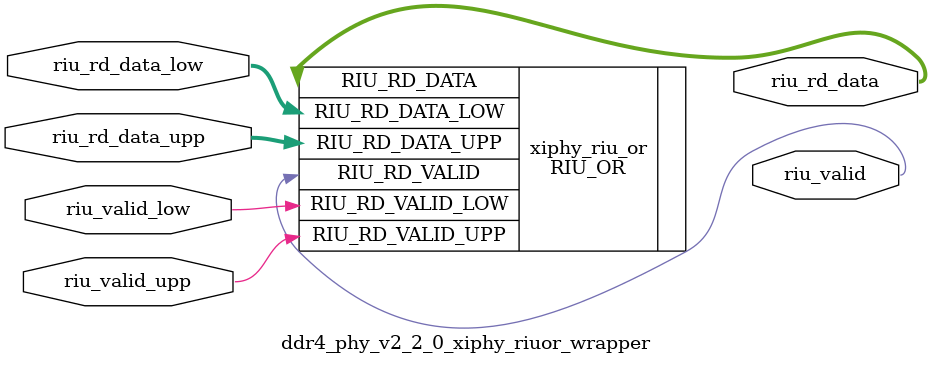
<source format=sv>

`timescale 1ps / 1ps

module ddr4_phy_v2_2_0_xiphy_riuor_wrapper # (
   parameter           SIM_DEVICE            = "ULTRASCALE"
) (
  input  [15:0]  riu_rd_data_low,    // Lower nibble RIU rd_data 
  input  [15:0]  riu_rd_data_upp,    // Upper nibble RIU rd_data 
  input          riu_valid_low,      // Lower nibble RIU riu2clb_valid 
  input          riu_valid_upp,      // Upper nibble RIU riu2clb_valid
  output [15:0]  riu_rd_data,        // ORed lower and upper RIU rd_data      
  output         riu_valid           // ORed lower and upper RIU write valid      
);

`ifdef ULTRASCALE_PHY_BLH
B_RIU_OR
`else
RIU_OR  # (
   .SIM_DEVICE   (SIM_DEVICE)
) 
`endif
  xiphy_riu_or
(
   .RIU_RD_DATA_LOW         (riu_rd_data_low),
   .RIU_RD_DATA_UPP         (riu_rd_data_upp),
   .RIU_RD_VALID_LOW        (riu_valid_low),
   .RIU_RD_VALID_UPP        (riu_valid_upp),
   .RIU_RD_DATA             (riu_rd_data),
   .RIU_RD_VALID            (riu_valid)
);

endmodule


</source>
